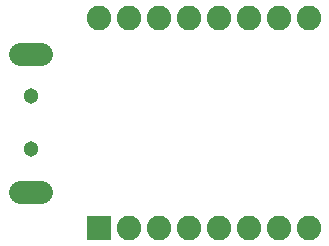
<source format=gbr>
G04 EAGLE Gerber RS-274X export*
G75*
%MOMM*%
%FSLAX34Y34*%
%LPD*%
%INSoldermask Bottom*%
%IPPOS*%
%AMOC8*
5,1,8,0,0,1.08239X$1,22.5*%
G01*
%ADD10C,1.981200*%
%ADD11C,1.303200*%
%ADD12C,1.003200*%
%ADD13R,2.082800X2.082800*%
%ADD14C,2.082800*%


D10*
X39390Y160100D02*
X21610Y160100D01*
X21610Y43100D02*
X39390Y43100D01*
D11*
X31200Y124100D03*
X31200Y79100D03*
D12*
X34500Y43100D03*
X38500Y43100D03*
X26500Y43100D03*
X22500Y43100D03*
X34500Y160100D03*
X38500Y160100D03*
X26500Y160100D03*
X22500Y160100D03*
D13*
X88900Y12700D03*
D14*
X114300Y12700D03*
X139700Y12700D03*
X165100Y12700D03*
X190500Y12700D03*
X215900Y12700D03*
X241300Y12700D03*
X266700Y12700D03*
X266700Y190500D03*
X241300Y190500D03*
X215900Y190500D03*
X190500Y190500D03*
X165100Y190500D03*
X139700Y190500D03*
X114300Y190500D03*
X88900Y190500D03*
M02*

</source>
